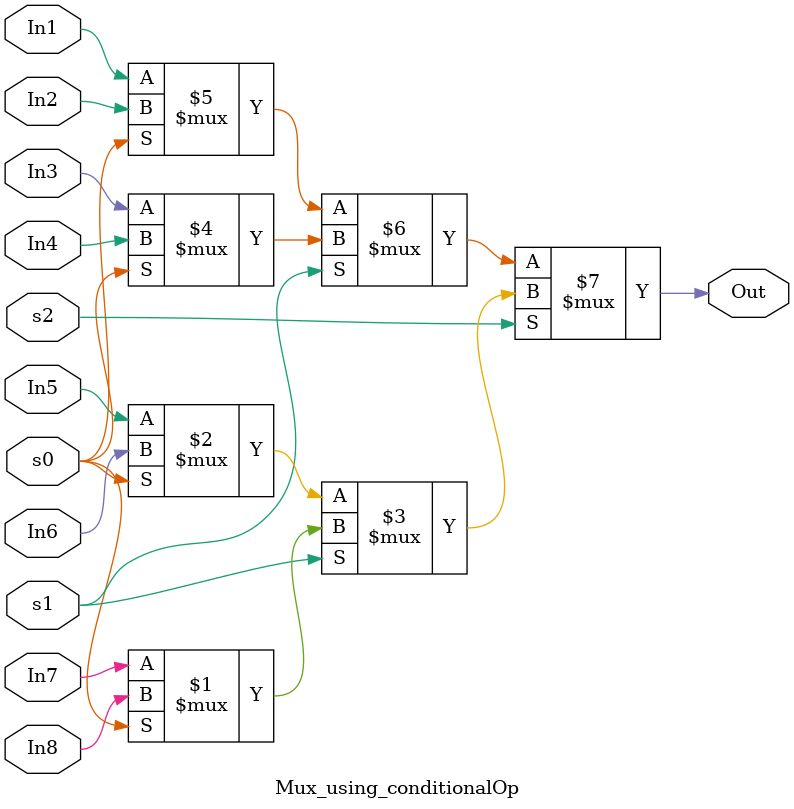
<source format=v>
`timescale 1ns / 1ps


module Mux_using_conditionalOp(Out, s0, s1, s2, In1, In2, In3, In4, In5, In6, In7, In8);

input  s0, s1, s2, In1, In2, In3, In4,  In5, In6, In7, In8;
output Out;


// syntax of conditional operatotr    assign Out = condition ? true: false;

//assign Out = S ? In2: In1;     condition for 2 to 1 Mux

//assign Out = s0 ?(s1 ? In4 : In3) :(s1 ? In2: In1);       // 4 to 1 Mux      Nested condition 

assign Out = s2 ?(s1 ? ( s0 ? In8: In7 ) : (s0? In6: In5 )) :(s1 ?(s0?  In4: In3 ): (s0? In2: In1));  // 8 to 1 MuX



endmodule

</source>
